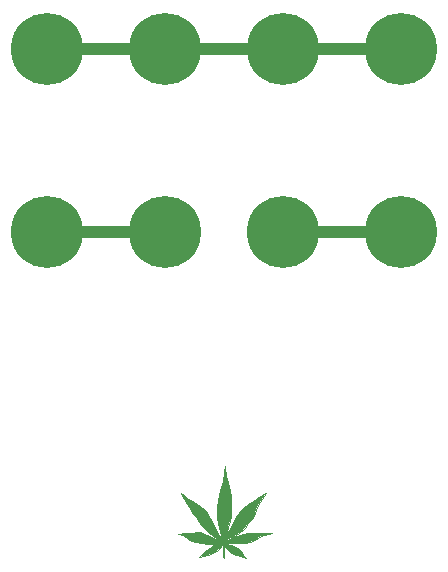
<source format=gbr>
G04 #@! TF.GenerationSoftware,KiCad,Pcbnew,(5.1.9-0-10_14)*
G04 #@! TF.CreationDate,2021-02-15T22:11:41-08:00*
G04 #@! TF.ProjectId,resonate,7265736f-6e61-4746-952e-6b696361645f,rev?*
G04 #@! TF.SameCoordinates,Original*
G04 #@! TF.FileFunction,Copper,L1,Top*
G04 #@! TF.FilePolarity,Positive*
%FSLAX46Y46*%
G04 Gerber Fmt 4.6, Leading zero omitted, Abs format (unit mm)*
G04 Created by KiCad (PCBNEW (5.1.9-0-10_14)) date 2021-02-15 22:11:41*
%MOMM*%
%LPD*%
G01*
G04 APERTURE LIST*
G04 #@! TA.AperFunction,NonConductor*
%ADD10C,1.000000*%
G04 #@! TD*
G04 #@! TA.AperFunction,EtchedComponent*
%ADD11C,0.100000*%
G04 #@! TD*
G04 #@! TA.AperFunction,ComponentPad*
%ADD12C,6.100000*%
G04 #@! TD*
G04 APERTURE END LIST*
D10*
X135000000Y2500000D02*
X125000000Y2500000D01*
X115000000Y2500000D02*
X105000000Y2500000D01*
X135000000Y18000000D02*
X105000000Y18000000D01*
D11*
G36*
X120215900Y-18150100D02*
G01*
X120317500Y-18632700D01*
X120431800Y-19089900D01*
X120514350Y-19420100D01*
X120577850Y-19801100D01*
X120622300Y-20321800D01*
X120622300Y-20855200D01*
X120571500Y-21439400D01*
X120508000Y-21960100D01*
X120365125Y-22455400D01*
X120066675Y-23471400D01*
X119853950Y-23420600D01*
X119619000Y-22506200D01*
X119445962Y-21642600D01*
X119461837Y-20855200D01*
X119514225Y-20194800D01*
X119676150Y-19420100D01*
X119911100Y-18607300D01*
X120038100Y-17832600D01*
X120101600Y-17311900D01*
X120215900Y-18150100D01*
G37*
X120215900Y-18150100D02*
X120317500Y-18632700D01*
X120431800Y-19089900D01*
X120514350Y-19420100D01*
X120577850Y-19801100D01*
X120622300Y-20321800D01*
X120622300Y-20855200D01*
X120571500Y-21439400D01*
X120508000Y-21960100D01*
X120365125Y-22455400D01*
X120066675Y-23471400D01*
X119853950Y-23420600D01*
X119619000Y-22506200D01*
X119445962Y-21642600D01*
X119461837Y-20855200D01*
X119514225Y-20194800D01*
X119676150Y-19420100D01*
X119911100Y-18607300D01*
X120038100Y-17832600D01*
X120101600Y-17311900D01*
X120215900Y-18150100D01*
G36*
X123060700Y-20283700D02*
G01*
X122819400Y-20779000D01*
X122616200Y-21236200D01*
X122355850Y-21756900D01*
X122082800Y-22112500D01*
X121771650Y-22525250D01*
X121301750Y-22918950D01*
X120800100Y-23255500D01*
X119695200Y-23852400D01*
X119720600Y-23522200D01*
X120025400Y-23471400D01*
X120273050Y-23033250D01*
X120488950Y-22569700D01*
X120654050Y-22239500D01*
X120838200Y-21947400D01*
X121003300Y-21629900D01*
X121282700Y-21274300D01*
X121562100Y-20956800D01*
X121892300Y-20664700D01*
X122235200Y-20436100D01*
X122616200Y-20182100D01*
X123009900Y-19915400D01*
X123543300Y-19521700D01*
X123060700Y-20283700D01*
G37*
X123060700Y-20283700D02*
X122819400Y-20779000D01*
X122616200Y-21236200D01*
X122355850Y-21756900D01*
X122082800Y-22112500D01*
X121771650Y-22525250D01*
X121301750Y-22918950D01*
X120800100Y-23255500D01*
X119695200Y-23852400D01*
X119720600Y-23522200D01*
X120025400Y-23471400D01*
X120273050Y-23033250D01*
X120488950Y-22569700D01*
X120654050Y-22239500D01*
X120838200Y-21947400D01*
X121003300Y-21629900D01*
X121282700Y-21274300D01*
X121562100Y-20956800D01*
X121892300Y-20664700D01*
X122235200Y-20436100D01*
X122616200Y-20182100D01*
X123009900Y-19915400D01*
X123543300Y-19521700D01*
X123060700Y-20283700D01*
G36*
X123073400Y-22938000D02*
G01*
X123505200Y-22963400D01*
X124083207Y-22973943D01*
X123403600Y-23128500D01*
X122971800Y-23319000D01*
X122628900Y-23534900D01*
X122209800Y-23700000D01*
X121676400Y-23788900D01*
X121231900Y-23814300D01*
X120654050Y-23795250D01*
X120076200Y-23776200D01*
X120012700Y-23700000D01*
X120228600Y-23636500D01*
X120235585Y-23585700D01*
X120551815Y-23458700D01*
X121085850Y-23230100D01*
X121638300Y-23026900D01*
X122032000Y-22912600D01*
X122476500Y-22912600D01*
X123073400Y-22938000D01*
G37*
X123073400Y-22938000D02*
X123505200Y-22963400D01*
X124083207Y-22973943D01*
X123403600Y-23128500D01*
X122971800Y-23319000D01*
X122628900Y-23534900D01*
X122209800Y-23700000D01*
X121676400Y-23788900D01*
X121231900Y-23814300D01*
X120654050Y-23795250D01*
X120076200Y-23776200D01*
X120012700Y-23700000D01*
X120228600Y-23636500D01*
X120235585Y-23585700D01*
X120551815Y-23458700D01*
X121085850Y-23230100D01*
X121638300Y-23026900D01*
X122032000Y-22912600D01*
X122476500Y-22912600D01*
X123073400Y-22938000D01*
G36*
X120641350Y-23941300D02*
G01*
X121193800Y-24220700D01*
X121520825Y-24547725D01*
X121655763Y-24777913D01*
X121887538Y-25047788D01*
X121581150Y-24963650D01*
X121327150Y-24887450D01*
X121149350Y-24823950D01*
X120774700Y-24690600D01*
X120415925Y-24496925D01*
X120155575Y-24211175D01*
X120031750Y-24049250D01*
X120095250Y-24087350D01*
X120069850Y-24023850D01*
X120133350Y-23852400D01*
X120641350Y-23941300D01*
G37*
X120641350Y-23941300D02*
X121193800Y-24220700D01*
X121520825Y-24547725D01*
X121655763Y-24777913D01*
X121887538Y-25047788D01*
X121581150Y-24963650D01*
X121327150Y-24887450D01*
X121149350Y-24823950D01*
X120774700Y-24690600D01*
X120415925Y-24496925D01*
X120155575Y-24211175D01*
X120031750Y-24049250D01*
X120095250Y-24087350D01*
X120069850Y-24023850D01*
X120133350Y-23852400D01*
X120641350Y-23941300D01*
G36*
X120000000Y-23484100D02*
G01*
X119788862Y-23677775D01*
X120007937Y-23773025D01*
X120758825Y-24315950D01*
X120577850Y-24411200D01*
X120000000Y-23954000D01*
X120012700Y-25046200D01*
X119898400Y-24906500D01*
X119892050Y-24017500D01*
X119936500Y-24017500D01*
X119555500Y-23801600D01*
X119269750Y-23649200D01*
X119434850Y-23369800D01*
X120000000Y-23484100D01*
G37*
X120000000Y-23484100D02*
X119788862Y-23677775D01*
X120007937Y-23773025D01*
X120758825Y-24315950D01*
X120577850Y-24411200D01*
X120000000Y-23954000D01*
X120012700Y-25046200D01*
X119898400Y-24906500D01*
X119892050Y-24017500D01*
X119936500Y-24017500D01*
X119555500Y-23801600D01*
X119269750Y-23649200D01*
X119434850Y-23369800D01*
X120000000Y-23484100D01*
G36*
X119866650Y-23966700D02*
G01*
X119498350Y-24398500D01*
X119060200Y-24671550D01*
X118679200Y-24811250D01*
X117929900Y-24976350D01*
X118412500Y-24449300D01*
X118806200Y-24182600D01*
X119174500Y-23979400D01*
X119644400Y-23903200D01*
X119669800Y-23903200D01*
X119866650Y-23966700D01*
G37*
X119866650Y-23966700D02*
X119498350Y-24398500D01*
X119060200Y-24671550D01*
X118679200Y-24811250D01*
X117929900Y-24976350D01*
X118412500Y-24449300D01*
X118806200Y-24182600D01*
X119174500Y-23979400D01*
X119644400Y-23903200D01*
X119669800Y-23903200D01*
X119866650Y-23966700D01*
G36*
X118002925Y-22903075D02*
G01*
X118339475Y-22998325D01*
X118603000Y-23090400D01*
X119301500Y-23496800D01*
X119331980Y-23524740D01*
X119339600Y-23509500D01*
X119339600Y-23522200D01*
X119331980Y-23524740D01*
X119250700Y-23687300D01*
X119644400Y-23827000D01*
X119434850Y-23852400D01*
X119041150Y-23877800D01*
X118564900Y-23877800D01*
X118120400Y-23814300D01*
X117637800Y-23700000D01*
X117244100Y-23585700D01*
X116837700Y-23357100D01*
X116520200Y-23128500D01*
X116113800Y-23001500D01*
X116761500Y-22950700D01*
X117294900Y-22912600D01*
X117758450Y-22906250D01*
X118002925Y-22903075D01*
G37*
X118002925Y-22903075D02*
X118339475Y-22998325D01*
X118603000Y-23090400D01*
X119301500Y-23496800D01*
X119331980Y-23524740D01*
X119339600Y-23509500D01*
X119339600Y-23522200D01*
X119331980Y-23524740D01*
X119250700Y-23687300D01*
X119644400Y-23827000D01*
X119434850Y-23852400D01*
X119041150Y-23877800D01*
X118564900Y-23877800D01*
X118120400Y-23814300D01*
X117637800Y-23700000D01*
X117244100Y-23585700D01*
X116837700Y-23357100D01*
X116520200Y-23128500D01*
X116113800Y-23001500D01*
X116761500Y-22950700D01*
X117294900Y-22912600D01*
X117758450Y-22906250D01*
X118002925Y-22903075D01*
G36*
X116596400Y-19724900D02*
G01*
X116913900Y-19966200D01*
X117479050Y-20283700D01*
X118075950Y-20715500D01*
X118450600Y-21096500D01*
X118850650Y-21661650D01*
X119447550Y-22842750D01*
X119746000Y-23407900D01*
X119758700Y-23420600D01*
X119428500Y-23446000D01*
X119326900Y-23395200D01*
X118971300Y-23147550D01*
X118564900Y-22779250D01*
X118234700Y-22430000D01*
X117879100Y-21998200D01*
X117599700Y-21579100D01*
X117409200Y-21325100D01*
X117155200Y-20867900D01*
X116901200Y-20499600D01*
X116659900Y-20080500D01*
X116380500Y-19521700D01*
X116596400Y-19724900D01*
G37*
X116596400Y-19724900D02*
X116913900Y-19966200D01*
X117479050Y-20283700D01*
X118075950Y-20715500D01*
X118450600Y-21096500D01*
X118850650Y-21661650D01*
X119447550Y-22842750D01*
X119746000Y-23407900D01*
X119758700Y-23420600D01*
X119428500Y-23446000D01*
X119326900Y-23395200D01*
X118971300Y-23147550D01*
X118564900Y-22779250D01*
X118234700Y-22430000D01*
X117879100Y-21998200D01*
X117599700Y-21579100D01*
X117409200Y-21325100D01*
X117155200Y-20867900D01*
X116901200Y-20499600D01*
X116659900Y-20080500D01*
X116380500Y-19521700D01*
X116596400Y-19724900D01*
D12*
X135000000Y2500000D03*
X125000000Y2500000D03*
X115000000Y2500000D03*
X105000000Y2500000D03*
X105000000Y18000000D03*
X115000000Y18000000D03*
X125000000Y18000000D03*
X135000000Y18000000D03*
M02*

</source>
